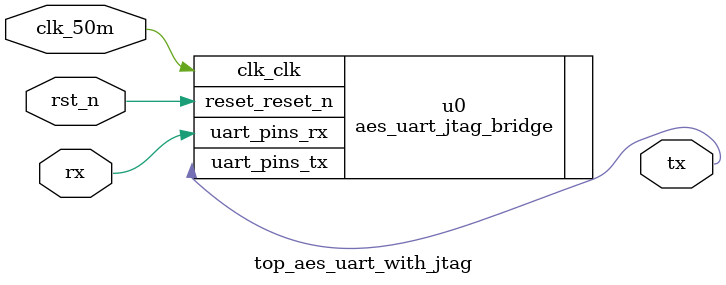
<source format=v>
module top_aes_uart_with_jtag (
    input  wire        clk_50m,     // 板载 50MHz 时钟
    input  wire        rst_n,       // 板载复位按键 (低电平有效)
    input  wire        rx,          // UART 接收引脚
    output wire        tx           // UART 发送引脚
);

    aes_uart_jtag_bridge u0 (
        .clk_clk       (clk_50m),       // clk.clk
        .reset_reset_n (rst_n),         // reset.reset_n
        .uart_pins_rx  (rx),            // uart_pins.rx
        .uart_pins_tx  (tx)             //          .tx
    );

endmodule
</source>
